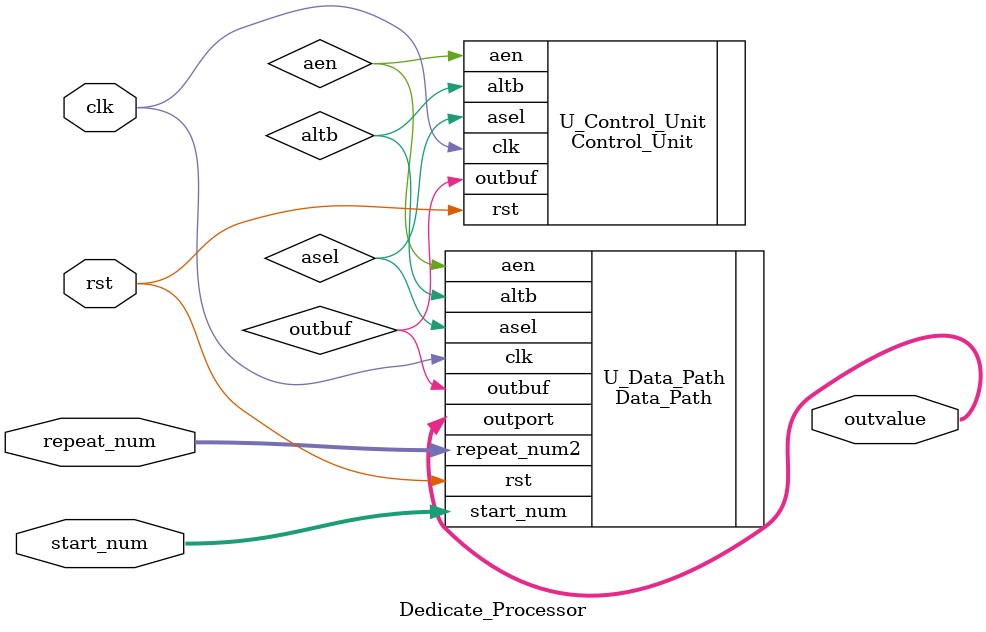
<source format=sv>
module Dedicate_Processor(
    input logic clk,
    input logic rst,
    input logic [3:0] repeat_num,
    input logic [2:0] start_num,
    output logic [7:0] outvalue
    );

    logic altb, aen, asel, outbuf;

    Control_Unit U_Control_Unit(
        .clk(clk),
        .rst(rst),
        .altb(altb),

        .asel(asel),
        .aen(aen),
        .outbuf(outbuf)
    );

    Data_Path U_Data_Path(
        .clk(clk),
        .rst(rst),
        .asel(asel),
        .aen(aen),
        .outbuf(outbuf),
        .repeat_num2(repeat_num),
        .start_num(start_num),

        .altb(altb),
        .outport(outvalue)
    );

endmodule

</source>
